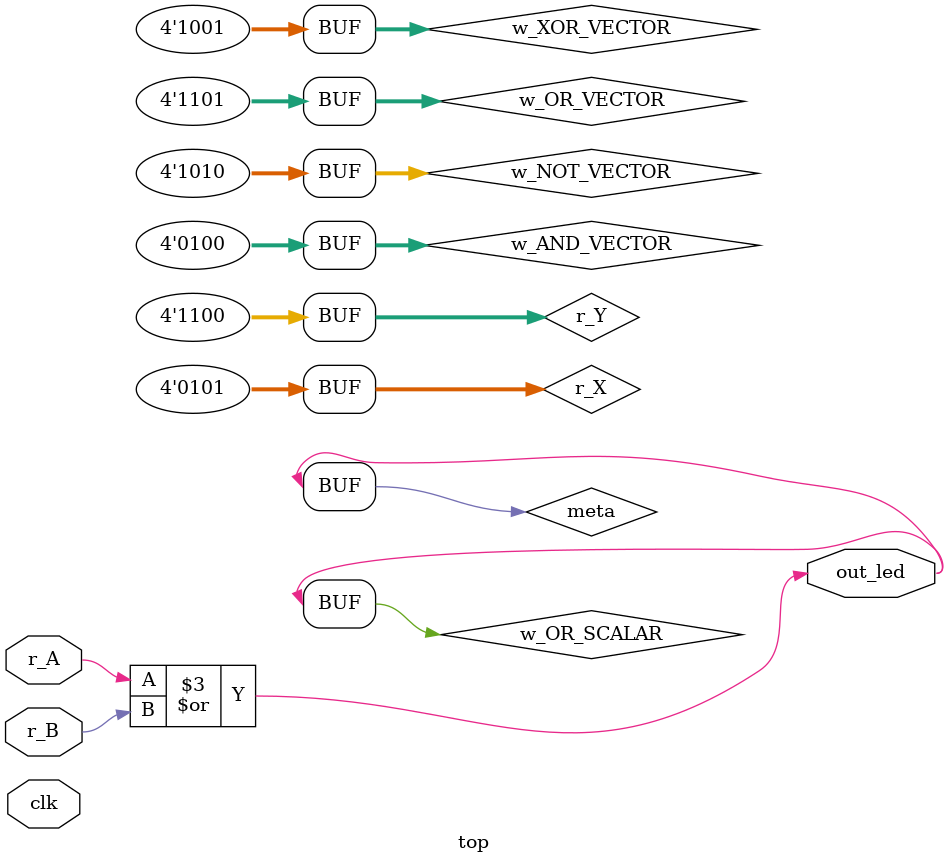
<source format=v>
`timescale 1ns / 1ps


module top(

	input 	r_A,
	input 	r_B,
	input 	clk,
	
	output  out_led
	);

	
	reg [3:0] r_X = 4'b0101;
	reg [3:0] r_Y = 4'b1100;
	wire [3:0] w_AND_VECTOR, w_OR_VECTOR, w_XOR_VECTOR, w_NOT_VECTOR;
	reg meta;
	
	always @(clk)
	begin
		meta = w_OR_SCALAR;
	end;
	
	assign w_AND_SCALAR = r_A & r_B;
	assign w_OR_SCALAR  = r_A | r_B;
	assign w_XOR_SCALAR = r_A ^ r_B;
	assign w_NOT_SCALAR = ~r_A;
	
	assign w_AND_VECTOR = r_X & r_Y;
	assign w_OR_VECTOR  = r_X | r_Y;
	assign w_XOR_VECTOR = r_X ^ r_Y;
	assign w_NOT_VECTOR = ~r_X;
	
	
	assign out_led = meta; //w_OR_SCALAR;
	
endmodule

</source>
